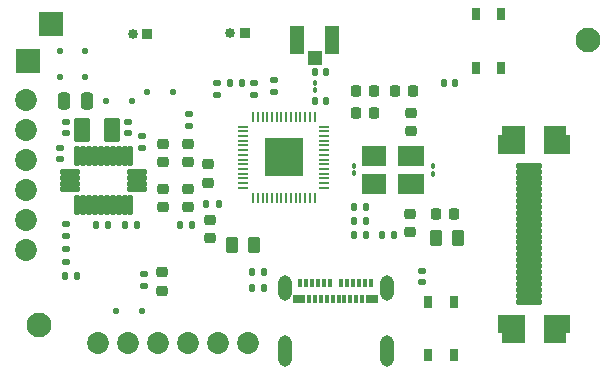
<source format=gbr>
%TF.GenerationSoftware,KiCad,Pcbnew,8.0.8*%
%TF.CreationDate,2025-02-23T23:13:28-08:00*%
%TF.ProjectId,OuterBoard_rev3.1,4f757465-7242-46f6-9172-645f72657633,rev?*%
%TF.SameCoordinates,Original*%
%TF.FileFunction,Soldermask,Top*%
%TF.FilePolarity,Negative*%
%FSLAX46Y46*%
G04 Gerber Fmt 4.6, Leading zero omitted, Abs format (unit mm)*
G04 Created by KiCad (PCBNEW 8.0.8) date 2025-02-23 23:13:28*
%MOMM*%
%LPD*%
G01*
G04 APERTURE LIST*
G04 Aperture macros list*
%AMRoundRect*
0 Rectangle with rounded corners*
0 $1 Rounding radius*
0 $2 $3 $4 $5 $6 $7 $8 $9 X,Y pos of 4 corners*
0 Add a 4 corners polygon primitive as box body*
4,1,4,$2,$3,$4,$5,$6,$7,$8,$9,$2,$3,0*
0 Add four circle primitives for the rounded corners*
1,1,$1+$1,$2,$3*
1,1,$1+$1,$4,$5*
1,1,$1+$1,$6,$7*
1,1,$1+$1,$8,$9*
0 Add four rect primitives between the rounded corners*
20,1,$1+$1,$2,$3,$4,$5,0*
20,1,$1+$1,$4,$5,$6,$7,0*
20,1,$1+$1,$6,$7,$8,$9,0*
20,1,$1+$1,$8,$9,$2,$3,0*%
G04 Aperture macros list end*
%ADD10C,0.010000*%
%ADD11R,2.294000X1.682000*%
%ADD12R,2.040000X1.682000*%
%ADD13R,0.711200X0.990600*%
%ADD14R,0.850000X0.850000*%
%ADD15C,0.850000*%
%ADD16RoundRect,0.225000X-0.225000X-0.250000X0.225000X-0.250000X0.225000X0.250000X-0.225000X0.250000X0*%
%ADD17C,1.854000*%
%ADD18RoundRect,0.100000X0.100000X-0.130000X0.100000X0.130000X-0.100000X0.130000X-0.100000X-0.130000X0*%
%ADD19RoundRect,0.140000X-0.170000X0.140000X-0.170000X-0.140000X0.170000X-0.140000X0.170000X0.140000X0*%
%ADD20RoundRect,0.225000X0.250000X-0.225000X0.250000X0.225000X-0.250000X0.225000X-0.250000X-0.225000X0*%
%ADD21RoundRect,0.140000X0.170000X-0.140000X0.170000X0.140000X-0.170000X0.140000X-0.170000X-0.140000X0*%
%ADD22RoundRect,0.225000X-0.250000X0.225000X-0.250000X-0.225000X0.250000X-0.225000X0.250000X0.225000X0*%
%ADD23RoundRect,0.102000X-0.525000X-1.100000X0.525000X-1.100000X0.525000X1.100000X-0.525000X1.100000X0*%
%ADD24RoundRect,0.102000X-0.525000X-0.500000X0.525000X-0.500000X0.525000X0.500000X-0.525000X0.500000X0*%
%ADD25RoundRect,0.135000X0.135000X0.185000X-0.135000X0.185000X-0.135000X-0.185000X0.135000X-0.185000X0*%
%ADD26RoundRect,0.218750X0.256250X-0.218750X0.256250X0.218750X-0.256250X0.218750X-0.256250X-0.218750X0*%
%ADD27C,2.100000*%
%ADD28RoundRect,0.135000X-0.135000X-0.185000X0.135000X-0.185000X0.135000X0.185000X-0.135000X0.185000X0*%
%ADD29RoundRect,0.102000X-0.984000X0.156000X-0.984000X-0.156000X0.984000X-0.156000X0.984000X0.156000X0*%
%ADD30RoundRect,0.102000X-0.984000X0.150000X-0.984000X-0.150000X0.984000X-0.150000X0.984000X0.150000X0*%
%ADD31RoundRect,0.100000X-0.100000X0.130000X-0.100000X-0.130000X0.100000X-0.130000X0.100000X0.130000X0*%
%ADD32RoundRect,0.125000X-0.125000X0.125000X-0.125000X-0.125000X0.125000X-0.125000X0.125000X0.125000X0*%
%ADD33RoundRect,0.135000X0.185000X-0.135000X0.185000X0.135000X-0.185000X0.135000X-0.185000X-0.135000X0*%
%ADD34RoundRect,0.125000X0.125000X0.125000X-0.125000X0.125000X-0.125000X-0.125000X0.125000X-0.125000X0*%
%ADD35RoundRect,0.218750X-0.256250X0.218750X-0.256250X-0.218750X0.256250X-0.218750X0.256250X0.218750X0*%
%ADD36RoundRect,0.250000X0.262500X0.450000X-0.262500X0.450000X-0.262500X-0.450000X0.262500X-0.450000X0*%
%ADD37RoundRect,0.140000X-0.140000X-0.170000X0.140000X-0.170000X0.140000X0.170000X-0.140000X0.170000X0*%
%ADD38R,2.000000X2.000000*%
%ADD39RoundRect,0.140000X0.140000X0.170000X-0.140000X0.170000X-0.140000X-0.170000X0.140000X-0.170000X0*%
%ADD40RoundRect,0.102000X-0.150000X-0.747000X0.150000X-0.747000X0.150000X0.747000X-0.150000X0.747000X0*%
%ADD41RoundRect,0.102000X-0.728000X-0.150000X0.728000X-0.150000X0.728000X0.150000X-0.728000X0.150000X0*%
%ADD42RoundRect,0.135000X-0.185000X0.135000X-0.185000X-0.135000X0.185000X-0.135000X0.185000X0.135000X0*%
%ADD43RoundRect,0.125000X-0.125000X-0.125000X0.125000X-0.125000X0.125000X0.125000X-0.125000X0.125000X0*%
%ADD44RoundRect,0.102000X0.550000X0.950000X-0.550000X0.950000X-0.550000X-0.950000X0.550000X-0.950000X0*%
%ADD45RoundRect,0.250000X0.250000X0.475000X-0.250000X0.475000X-0.250000X-0.475000X0.250000X-0.475000X0*%
%ADD46RoundRect,0.225000X0.225000X0.250000X-0.225000X0.250000X-0.225000X-0.250000X0.225000X-0.250000X0*%
%ADD47RoundRect,0.050000X-0.050000X0.387500X-0.050000X-0.387500X0.050000X-0.387500X0.050000X0.387500X0*%
%ADD48RoundRect,0.050000X-0.387500X0.050000X-0.387500X-0.050000X0.387500X-0.050000X0.387500X0.050000X0*%
%ADD49R,3.200000X3.200000*%
%ADD50R,0.330200X0.762000*%
%ADD51R,1.041400X0.762000*%
%ADD52C,0.660400*%
%ADD53O,1.168400X2.159000*%
%ADD54O,1.168400X2.667000*%
G04 APERTURE END LIST*
D10*
%TO.C,J10*%
X151687500Y-103866600D02*
X149887500Y-103866600D01*
X149887500Y-103066600D01*
X149537500Y-103066600D01*
X149537500Y-101566600D01*
X151687500Y-101566600D01*
X151687500Y-103866600D01*
G36*
X151687500Y-103866600D02*
G01*
X149887500Y-103866600D01*
X149887500Y-103066600D01*
X149537500Y-103066600D01*
X149537500Y-101566600D01*
X151687500Y-101566600D01*
X151687500Y-103866600D01*
G37*
X151687500Y-87866600D02*
X149537500Y-87866600D01*
X149537500Y-86366600D01*
X149887500Y-86366600D01*
X149887500Y-85566600D01*
X151687500Y-85566600D01*
X151687500Y-87866600D01*
G36*
X151687500Y-87866600D02*
G01*
X149537500Y-87866600D01*
X149537500Y-86366600D01*
X149887500Y-86366600D01*
X149887500Y-85566600D01*
X151687500Y-85566600D01*
X151687500Y-87866600D01*
G37*
X155548500Y-103067600D02*
X155198500Y-103067600D01*
X155198500Y-103867600D01*
X153398500Y-103867600D01*
X153398500Y-101567600D01*
X155548500Y-101567600D01*
X155548500Y-103067600D01*
G36*
X155548500Y-103067600D02*
G01*
X155198500Y-103067600D01*
X155198500Y-103867600D01*
X153398500Y-103867600D01*
X153398500Y-101567600D01*
X155548500Y-101567600D01*
X155548500Y-103067600D01*
G37*
X155198500Y-86367600D02*
X155548500Y-86367600D01*
X155548500Y-87867600D01*
X153398500Y-87867600D01*
X153398500Y-85567600D01*
X155198500Y-85567600D01*
X155198500Y-86367600D01*
G36*
X155198500Y-86367600D02*
G01*
X155548500Y-86367600D01*
X155548500Y-87867600D01*
X153398500Y-87867600D01*
X153398500Y-85567600D01*
X155198500Y-85567600D01*
X155198500Y-86367600D01*
G37*
%TD*%
D11*
%TO.C,Y2*%
X142155800Y-88158400D03*
D12*
X138988800Y-88158400D03*
X138988800Y-90540400D03*
D11*
X142155800Y-90540400D03*
%TD*%
D13*
%TO.C,SW3*%
X143611600Y-105003600D03*
X143611600Y-100503598D03*
X145761598Y-105003600D03*
X145761598Y-100503598D03*
%TD*%
%TO.C,SW1*%
X147667401Y-80659801D03*
X147667401Y-76159799D03*
X149817399Y-80659801D03*
X149817399Y-76159799D03*
%TD*%
D14*
%TO.C,J4*%
X128117600Y-77749400D03*
D15*
X126867600Y-77749400D03*
%TD*%
D14*
%TO.C,J3*%
X119837200Y-77800200D03*
D15*
X118587200Y-77800200D03*
%TD*%
D16*
%TO.C,C32*%
X137464200Y-82677000D03*
X139014200Y-82677000D03*
%TD*%
D17*
%TO.C,J2*%
X115620800Y-104013000D03*
X118160800Y-104013000D03*
X120700800Y-104013000D03*
X123240800Y-104013000D03*
X125780800Y-104013000D03*
X128320800Y-104013000D03*
%TD*%
D18*
%TO.C,C43*%
X137320000Y-89620000D03*
X137320000Y-88980000D03*
%TD*%
D19*
%TO.C,R13*%
X143078200Y-97868800D03*
X143078200Y-98828800D03*
%TD*%
D20*
%TO.C,C9*%
X142138400Y-86030400D03*
X142138400Y-84480400D03*
%TD*%
D21*
%TO.C,C31*%
X118217000Y-86230400D03*
X118217000Y-85270400D03*
%TD*%
D22*
%TO.C,C40*%
X123266200Y-87144600D03*
X123266200Y-88694600D03*
%TD*%
D23*
%TO.C,ANT1*%
X132535000Y-78335000D03*
X135485000Y-78335000D03*
D24*
X134010000Y-79860000D03*
%TD*%
D22*
%TO.C,C39*%
X121132600Y-87144600D03*
X121132600Y-88694600D03*
%TD*%
D25*
%TO.C,R21*%
X129743200Y-99314000D03*
X128723200Y-99314000D03*
%TD*%
D26*
%TO.C,D8*%
X121107200Y-99568100D03*
X121107200Y-97993100D03*
%TD*%
D22*
%TO.C,C37*%
X125145800Y-93560600D03*
X125145800Y-95110600D03*
%TD*%
D27*
%TO.C,H1*%
X110693200Y-102489000D03*
%TD*%
D28*
%TO.C,R6*%
X139670600Y-94818200D03*
X140690600Y-94818200D03*
%TD*%
D29*
%TO.C,J10*%
X152171500Y-88972600D03*
D30*
X152171500Y-89466600D03*
X152171500Y-89966600D03*
X152171500Y-90466600D03*
X152171500Y-90966600D03*
X152171500Y-91466600D03*
X152171500Y-91966600D03*
X152171500Y-92466600D03*
X152171500Y-92966600D03*
X152171500Y-93466600D03*
X152171500Y-93966600D03*
X152171500Y-94466600D03*
X152171500Y-94966600D03*
X152171500Y-95466600D03*
X152171500Y-95966600D03*
X152171500Y-96466600D03*
X152171500Y-96966600D03*
X152171500Y-97466600D03*
X152171500Y-97966600D03*
X152171500Y-98466600D03*
X152171500Y-98966600D03*
X152171500Y-99466600D03*
X152171500Y-99966600D03*
X152171500Y-100466600D03*
%TD*%
D31*
%TO.C,C45*%
X144060000Y-89020000D03*
X144060000Y-89660000D03*
%TD*%
D32*
%TO.C,D2*%
X114554000Y-79222600D03*
X114554000Y-81422600D03*
%TD*%
D33*
%TO.C,R3*%
X128879600Y-83009200D03*
X128879600Y-81989200D03*
%TD*%
D16*
%TO.C,C42*%
X137502600Y-84505800D03*
X139052600Y-84505800D03*
%TD*%
D34*
%TO.C,D3*%
X118516400Y-83464400D03*
X116316400Y-83464400D03*
%TD*%
D27*
%TO.C,H2*%
X157149800Y-78282800D03*
%TD*%
D33*
%TO.C,R20*%
X125704600Y-82983800D03*
X125704600Y-81963800D03*
%TD*%
D25*
%TO.C,R7*%
X138379200Y-93624400D03*
X137359200Y-93624400D03*
%TD*%
%TO.C,R26*%
X129743200Y-97967800D03*
X128723200Y-97967800D03*
%TD*%
D35*
%TO.C,D9*%
X124993400Y-88849200D03*
X124993400Y-90424200D03*
%TD*%
D21*
%TO.C,C30*%
X112933800Y-86207600D03*
X112933800Y-85247600D03*
%TD*%
D36*
%TO.C,R8*%
X128832500Y-95680000D03*
X127007500Y-95680000D03*
%TD*%
D37*
%TO.C,C29*%
X115521800Y-94005400D03*
X116481800Y-94005400D03*
%TD*%
D38*
%TO.C,TP1*%
X109728000Y-80137000D03*
%TD*%
D39*
%TO.C,C41*%
X123593800Y-93954600D03*
X122633800Y-93954600D03*
%TD*%
D22*
%TO.C,C36*%
X121132600Y-90954600D03*
X121132600Y-92504600D03*
%TD*%
D25*
%TO.C,R22*%
X113893600Y-98272600D03*
X112873600Y-98272600D03*
%TD*%
D28*
%TO.C,R31*%
X137361200Y-92456000D03*
X138381200Y-92456000D03*
%TD*%
D20*
%TO.C,C18*%
X142087600Y-94577200D03*
X142087600Y-93027200D03*
%TD*%
D28*
%TO.C,R9*%
X137361200Y-94792800D03*
X138381200Y-94792800D03*
%TD*%
D36*
%TO.C,R10*%
X146098900Y-95123000D03*
X144273900Y-95123000D03*
%TD*%
D37*
%TO.C,R14*%
X144909600Y-81965800D03*
X145869600Y-81965800D03*
%TD*%
D38*
%TO.C,TP2*%
X111683800Y-76962000D03*
%TD*%
D25*
%TO.C,R18*%
X118924800Y-94005400D03*
X117904800Y-94005400D03*
%TD*%
D40*
%TO.C,U8*%
X113900200Y-88184200D03*
D41*
X113322200Y-89481200D03*
X113322200Y-89981200D03*
X113322200Y-90481200D03*
X113322200Y-90981200D03*
D40*
X113900200Y-92278200D03*
X114400200Y-92278200D03*
X114900200Y-92278200D03*
X115400200Y-92278200D03*
X115900200Y-92278200D03*
X116400200Y-92278200D03*
X116900200Y-92278200D03*
X117400200Y-92278200D03*
X117900200Y-92278200D03*
X118400200Y-92278200D03*
D41*
X118978200Y-90981200D03*
X118978200Y-90481200D03*
X118978200Y-89981200D03*
X118978200Y-89481200D03*
D40*
X118400200Y-88184200D03*
X117900200Y-88184200D03*
X117400200Y-88184200D03*
X116900200Y-88184200D03*
X116400200Y-88184200D03*
X115900200Y-88184200D03*
X115400200Y-88184200D03*
X114900200Y-88184200D03*
X114400200Y-88184200D03*
%TD*%
D18*
%TO.C,L1*%
X134010000Y-82580000D03*
X134010000Y-81940000D03*
%TD*%
D28*
%TO.C,R15*%
X124837000Y-92202000D03*
X125857000Y-92202000D03*
%TD*%
D42*
%TO.C,R16*%
X112953800Y-96060800D03*
X112953800Y-97080800D03*
%TD*%
D25*
%TO.C,R2*%
X127840200Y-81991200D03*
X126820200Y-81991200D03*
%TD*%
D32*
%TO.C,D1*%
X112420400Y-79222600D03*
X112420400Y-81422600D03*
%TD*%
D37*
%TO.C,C35*%
X134015600Y-83515200D03*
X134975600Y-83515200D03*
%TD*%
D33*
%TO.C,R23*%
X119583200Y-99114800D03*
X119583200Y-98094800D03*
%TD*%
D16*
%TO.C,C17*%
X140779200Y-82677000D03*
X142329200Y-82677000D03*
%TD*%
D33*
%TO.C,R19*%
X130530600Y-82755200D03*
X130530600Y-81735200D03*
%TD*%
D43*
%TO.C,D5*%
X117162400Y-101244400D03*
X119362400Y-101244400D03*
%TD*%
D42*
%TO.C,R17*%
X112953800Y-93927200D03*
X112953800Y-94947200D03*
%TD*%
D44*
%TO.C,Y1*%
X116820000Y-85928200D03*
X114320000Y-85928200D03*
%TD*%
D45*
%TO.C,C1*%
X114691200Y-83464400D03*
X112791200Y-83464400D03*
%TD*%
D37*
%TO.C,C33*%
X134015600Y-81000000D03*
X134975600Y-81000000D03*
%TD*%
D34*
%TO.C,D4*%
X121996200Y-82727800D03*
X119796200Y-82727800D03*
%TD*%
D42*
%TO.C,R12*%
X119380000Y-86459600D03*
X119380000Y-87479600D03*
%TD*%
D22*
%TO.C,C34*%
X123266200Y-90954600D03*
X123266200Y-92504600D03*
%TD*%
D42*
%TO.C,R11*%
X123342400Y-84556600D03*
X123342400Y-85576600D03*
%TD*%
D21*
%TO.C,C28*%
X112420400Y-88440200D03*
X112420400Y-87480200D03*
%TD*%
D46*
%TO.C,C15*%
X145822000Y-93014800D03*
X144272000Y-93014800D03*
%TD*%
D17*
%TO.C,J1*%
X109524800Y-96113600D03*
X109524800Y-93573600D03*
X109524800Y-91033600D03*
X109524800Y-88493600D03*
X109524800Y-85953600D03*
X109524800Y-83413600D03*
%TD*%
D47*
%TO.C,U9*%
X133987500Y-84811300D03*
X133587500Y-84811300D03*
X133187500Y-84811300D03*
X132787500Y-84811300D03*
X132387500Y-84811300D03*
X131987500Y-84811300D03*
X131587500Y-84811300D03*
X131187500Y-84811300D03*
X130787500Y-84811300D03*
X130387500Y-84811300D03*
X129987500Y-84811300D03*
X129587500Y-84811300D03*
X129187500Y-84811300D03*
X128787500Y-84811300D03*
D48*
X127950000Y-85648800D03*
X127950000Y-86048800D03*
X127950000Y-86448800D03*
X127950000Y-86848800D03*
X127950000Y-87248800D03*
X127950000Y-87648800D03*
X127950000Y-88048800D03*
X127950000Y-88448800D03*
X127950000Y-88848800D03*
X127950000Y-89248800D03*
X127950000Y-89648800D03*
X127950000Y-90048800D03*
X127950000Y-90448800D03*
X127950000Y-90848800D03*
D47*
X128787500Y-91686300D03*
X129187500Y-91686300D03*
X129587500Y-91686300D03*
X129987500Y-91686300D03*
X130387500Y-91686300D03*
X130787500Y-91686300D03*
X131187500Y-91686300D03*
X131587500Y-91686300D03*
X131987500Y-91686300D03*
X132387500Y-91686300D03*
X132787500Y-91686300D03*
X133187500Y-91686300D03*
X133587500Y-91686300D03*
X133987500Y-91686300D03*
D48*
X134825000Y-90848800D03*
X134825000Y-90448800D03*
X134825000Y-90048800D03*
X134825000Y-89648800D03*
X134825000Y-89248800D03*
X134825000Y-88848800D03*
X134825000Y-88448800D03*
X134825000Y-88048800D03*
X134825000Y-87648800D03*
X134825000Y-87248800D03*
X134825000Y-86848800D03*
X134825000Y-86448800D03*
X134825000Y-86048800D03*
X134825000Y-85648800D03*
D49*
X131387500Y-88248800D03*
%TD*%
D50*
%TO.C,J5*%
X132770000Y-98940299D03*
X133269999Y-98940299D03*
X133770001Y-98940299D03*
X134270000Y-98940299D03*
X134769999Y-98940299D03*
X135270000Y-98940299D03*
X136270000Y-98940299D03*
X136770001Y-98940299D03*
X137270000Y-98940299D03*
X137769999Y-98940299D03*
X138270001Y-98940299D03*
X138770000Y-98940299D03*
D51*
X132670000Y-100240301D03*
D50*
X133519999Y-100240301D03*
X134020001Y-100240301D03*
X134520000Y-100240301D03*
X135019999Y-100240301D03*
X135520000Y-100240301D03*
X136020000Y-100240301D03*
X136520001Y-100240301D03*
X137020000Y-100240301D03*
X137519999Y-100240301D03*
X138020001Y-100240301D03*
D51*
X138870000Y-100240301D03*
D52*
X131449998Y-103930000D03*
X140090002Y-103930000D03*
X131449998Y-98824000D03*
X140090002Y-98824000D03*
X131449998Y-99814600D03*
D53*
X131449998Y-99319300D03*
D52*
X140090002Y-99814600D03*
D53*
X140090002Y-99319300D03*
D52*
X131449998Y-105428600D03*
D54*
X131449998Y-104679300D03*
D52*
X140090002Y-105428600D03*
D54*
X140090002Y-104679300D03*
%TD*%
M02*

</source>
